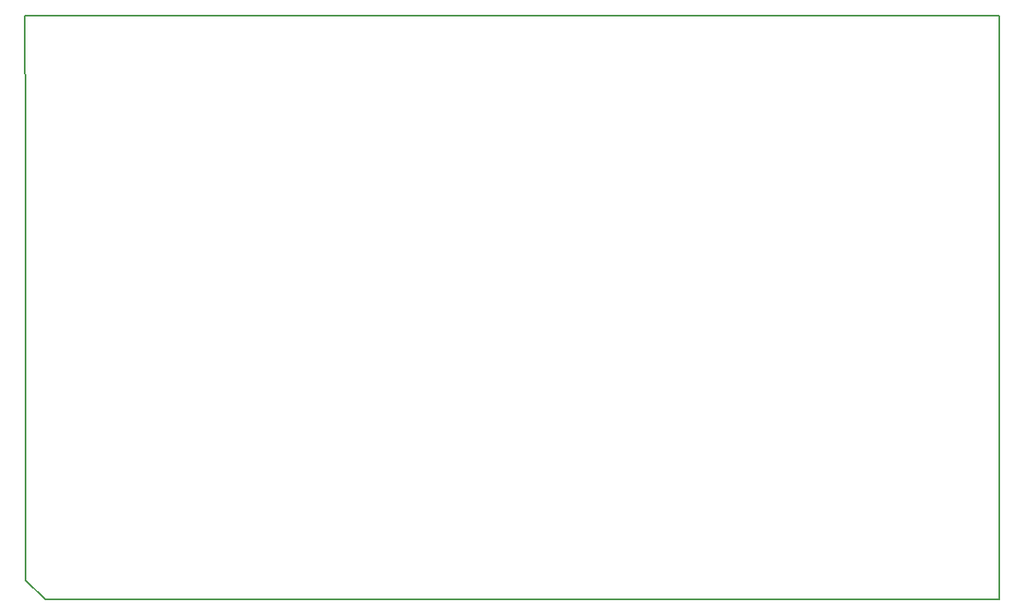
<source format=gbr>
G04 #@! TF.GenerationSoftware,KiCad,Pcbnew,(5.1.12)-1*
G04 #@! TF.CreationDate,2022-01-17T10:13:42+01:00*
G04 #@! TF.ProjectId,arduino_nano_reflow_TRIAC_v1_0,61726475-696e-46f5-9f6e-616e6f5f7265,1.0*
G04 #@! TF.SameCoordinates,Original*
G04 #@! TF.FileFunction,Profile,NP*
%FSLAX46Y46*%
G04 Gerber Fmt 4.6, Leading zero omitted, Abs format (unit mm)*
G04 Created by KiCad (PCBNEW (5.1.12)-1) date 2022-01-17 10:13:42*
%MOMM*%
%LPD*%
G01*
G04 APERTURE LIST*
G04 #@! TA.AperFunction,Profile*
%ADD10C,0.150000*%
G04 #@! TD*
G04 APERTURE END LIST*
D10*
X100418820Y-57999260D02*
X100500000Y-70000000D01*
X200418820Y-57999260D02*
X100418820Y-57999260D01*
X200418820Y-117999260D02*
X200418820Y-57999260D01*
X198500000Y-118000000D02*
X200418820Y-117999260D01*
X198500000Y-118000000D02*
X102500000Y-118000000D01*
X100500000Y-116000000D02*
X102500000Y-118000000D01*
X100500000Y-70000000D02*
X100500000Y-116000000D01*
M02*

</source>
